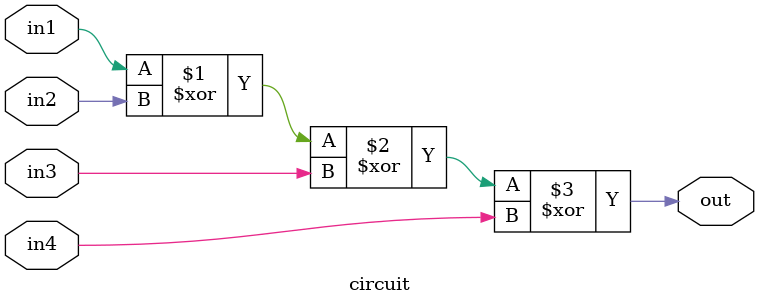
<source format=v>
module circuit(in1,in2,in3,in4,out);
  input in1,in2,in3,in4;
  output out;
  
  assign out = in1^in2^in3^in4;
  
  
endmodule

</source>
